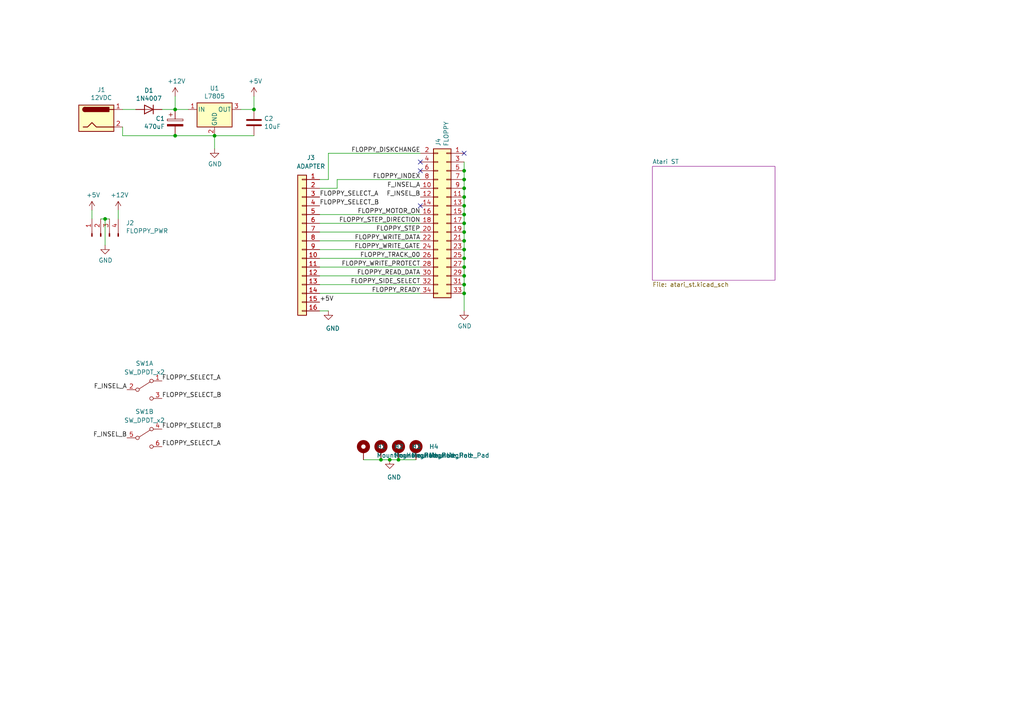
<source format=kicad_sch>
(kicad_sch (version 20201015) (generator eeschema)
  (paper "A4")
  (lib_symbols
    (symbol "Connector:Conn_01x04_Male" (pin_names (offset 1.016) hide)
      (property "Reference" "J" (at 0 5.08 0))
      (property "Value" "Conn_01x04_Male" (at 0 -7.62 0))
      (symbol "Conn_01x04_Male_1_1"
        (rectangle (start 0.8636 -4.953) (end 0 -5.207) (stroke (width 0.1524)) (fill (type outline)))
        (rectangle (start 0.8636 -2.413) (end 0 -2.667) (stroke (width 0.1524)) (fill (type outline)))
        (rectangle (start 0.8636 0.127) (end 0 -0.127) (stroke (width 0.1524)) (fill (type outline)))
        (rectangle (start 0.8636 2.667) (end 0 2.413) (stroke (width 0.1524)) (fill (type outline)))
        (polyline (pts (xy 1.27 -5.08) (xy 0.8636 -5.08)) (stroke (width 0.1524)))
        (polyline (pts (xy 1.27 -2.54) (xy 0.8636 -2.54)) (stroke (width 0.1524)))
        (polyline (pts (xy 1.27 0) (xy 0.8636 0)) (stroke (width 0.1524)))
        (polyline (pts (xy 1.27 2.54) (xy 0.8636 2.54)) (stroke (width 0.1524)))
        (pin passive line (at 5.08 2.54 180) (length 3.81) (name "Pin_1") (number "1"))
        (pin passive line (at 5.08 0 180) (length 3.81) (name "Pin_2") (number "2"))
        (pin passive line (at 5.08 -2.54 180) (length 3.81) (name "Pin_3") (number "3"))
        (pin passive line (at 5.08 -5.08 180) (length 3.81) (name "Pin_4") (number "4"))
      )
    )
    (symbol "Connector:Jack-DC" (pin_names (offset 1.016))
      (property "Reference" "J" (at 0 5.334 0))
      (property "Value" "Jack-DC" (at 0 -5.08 0))
      (symbol "Jack-DC_0_1"
        (arc (start -3.302 3.175) (end -3.302 1.905) (radius (at -3.302 2.54) (length 0.635) (angles 90.1 -90.1)) (stroke (width 0.254)) (fill (type outline)))
        (arc (start -3.302 3.175) (end -3.302 1.905) (radius (at -3.302 2.54) (length 0.635) (angles 90.1 -90.1)) (stroke (width 0.254)))
        (rectangle (start -5.08 3.81) (end 5.08 -3.81) (stroke (width 0.254)) (fill (type background)))
        (rectangle (start 3.683 3.175) (end -3.302 1.905) (stroke (width 0.254)) (fill (type outline)))
        (polyline (pts (xy 5.08 2.54) (xy 3.81 2.54)) (stroke (width 0.254)))
        (polyline (pts (xy -3.81 -2.54) (xy -2.54 -2.54) (xy -1.27 -1.27) (xy 0 -2.54) (xy 2.54 -2.54) (xy 5.08 -2.54)) (stroke (width 0.254)))
      )
      (symbol "Jack-DC_1_1"
        (pin passive line (at 7.62 2.54 180) (length 2.54) (name "~") (number "1"))
        (pin passive line (at 7.62 -2.54 180) (length 2.54) (name "~") (number "2"))
      )
    )
    (symbol "Connector_Generic:Conn_01x16" (pin_names (offset 1.016) hide)
      (property "Reference" "J" (at 0 20.32 0))
      (property "Value" "Conn_01x16" (at 0 -22.86 0))
      (symbol "Conn_01x16_1_1"
        (rectangle (start -1.27 -4.953) (end 0 -5.207) (stroke (width 0.1524)))
        (rectangle (start -1.27 -7.493) (end 0 -7.747) (stroke (width 0.1524)))
        (rectangle (start -1.27 -10.033) (end 0 -10.287) (stroke (width 0.1524)))
        (rectangle (start -1.27 -12.573) (end 0 -12.827) (stroke (width 0.1524)))
        (rectangle (start -1.27 -15.113) (end 0 -15.367) (stroke (width 0.1524)))
        (rectangle (start -1.27 -17.653) (end 0 -17.907) (stroke (width 0.1524)))
        (rectangle (start -1.27 -20.193) (end 0 -20.447) (stroke (width 0.1524)))
        (rectangle (start -1.27 -2.413) (end 0 -2.667) (stroke (width 0.1524)))
        (rectangle (start -1.27 2.667) (end 0 2.413) (stroke (width 0.1524)))
        (rectangle (start -1.27 5.207) (end 0 4.953) (stroke (width 0.1524)))
        (rectangle (start -1.27 7.747) (end 0 7.493) (stroke (width 0.1524)))
        (rectangle (start -1.27 10.287) (end 0 10.033) (stroke (width 0.1524)))
        (rectangle (start -1.27 0.127) (end 0 -0.127) (stroke (width 0.1524)))
        (rectangle (start -1.27 12.827) (end 0 12.573) (stroke (width 0.1524)))
        (rectangle (start -1.27 15.367) (end 0 15.113) (stroke (width 0.1524)))
        (rectangle (start -1.27 17.907) (end 0 17.653) (stroke (width 0.1524)))
        (rectangle (start -1.27 19.05) (end 1.27 -21.59) (stroke (width 0.254)) (fill (type background)))
        (pin passive line (at -5.08 17.78 0) (length 3.81) (name "Pin_1") (number "1"))
        (pin passive line (at -5.08 -5.08 0) (length 3.81) (name "Pin_10") (number "10"))
        (pin passive line (at -5.08 -7.62 0) (length 3.81) (name "Pin_11") (number "11"))
        (pin passive line (at -5.08 -10.16 0) (length 3.81) (name "Pin_12") (number "12"))
        (pin passive line (at -5.08 -12.7 0) (length 3.81) (name "Pin_13") (number "13"))
        (pin passive line (at -5.08 -15.24 0) (length 3.81) (name "Pin_14") (number "14"))
        (pin passive line (at -5.08 -17.78 0) (length 3.81) (name "Pin_15") (number "15"))
        (pin passive line (at -5.08 -20.32 0) (length 3.81) (name "Pin_16") (number "16"))
        (pin passive line (at -5.08 15.24 0) (length 3.81) (name "Pin_2") (number "2"))
        (pin passive line (at -5.08 12.7 0) (length 3.81) (name "Pin_3") (number "3"))
        (pin passive line (at -5.08 10.16 0) (length 3.81) (name "Pin_4") (number "4"))
        (pin passive line (at -5.08 7.62 0) (length 3.81) (name "Pin_5") (number "5"))
        (pin passive line (at -5.08 5.08 0) (length 3.81) (name "Pin_6") (number "6"))
        (pin passive line (at -5.08 2.54 0) (length 3.81) (name "Pin_7") (number "7"))
        (pin passive line (at -5.08 0 0) (length 3.81) (name "Pin_8") (number "8"))
        (pin passive line (at -5.08 -2.54 0) (length 3.81) (name "Pin_9") (number "9"))
      )
    )
    (symbol "Connector_Generic:Conn_02x17_Odd_Even" (pin_names (offset 1.016) hide)
      (property "Reference" "J" (at 1.27 22.86 0))
      (property "Value" "Conn_02x17_Odd_Even" (at 1.27 -22.86 0))
      (symbol "Conn_02x17_Odd_Even_1_1"
        (rectangle (start -1.27 -4.953) (end 0 -5.207) (stroke (width 0.1524)))
        (rectangle (start -1.27 -7.493) (end 0 -7.747) (stroke (width 0.1524)))
        (rectangle (start -1.27 -10.033) (end 0 -10.287) (stroke (width 0.1524)))
        (rectangle (start -1.27 -12.573) (end 0 -12.827) (stroke (width 0.1524)))
        (rectangle (start -1.27 -15.113) (end 0 -15.367) (stroke (width 0.1524)))
        (rectangle (start -1.27 -17.653) (end 0 -17.907) (stroke (width 0.1524)))
        (rectangle (start -1.27 -20.193) (end 0 -20.447) (stroke (width 0.1524)))
        (rectangle (start -1.27 -2.413) (end 0 -2.667) (stroke (width 0.1524)))
        (rectangle (start -1.27 2.667) (end 0 2.413) (stroke (width 0.1524)))
        (rectangle (start -1.27 5.207) (end 0 4.953) (stroke (width 0.1524)))
        (rectangle (start -1.27 7.747) (end 0 7.493) (stroke (width 0.1524)))
        (rectangle (start -1.27 10.287) (end 0 10.033) (stroke (width 0.1524)))
        (rectangle (start -1.27 0.127) (end 0 -0.127) (stroke (width 0.1524)))
        (rectangle (start -1.27 12.827) (end 0 12.573) (stroke (width 0.1524)))
        (rectangle (start -1.27 15.367) (end 0 15.113) (stroke (width 0.1524)))
        (rectangle (start -1.27 17.907) (end 0 17.653) (stroke (width 0.1524)))
        (rectangle (start -1.27 20.447) (end 0 20.193) (stroke (width 0.1524)))
        (rectangle (start -1.27 21.59) (end 3.81 -21.59) (stroke (width 0.254)) (fill (type background)))
        (rectangle (start 3.81 -4.953) (end 2.54 -5.207) (stroke (width 0.1524)))
        (rectangle (start 3.81 -7.493) (end 2.54 -7.747) (stroke (width 0.1524)))
        (rectangle (start 3.81 -10.033) (end 2.54 -10.287) (stroke (width 0.1524)))
        (rectangle (start 3.81 -12.573) (end 2.54 -12.827) (stroke (width 0.1524)))
        (rectangle (start 3.81 -15.113) (end 2.54 -15.367) (stroke (width 0.1524)))
        (rectangle (start 3.81 -17.653) (end 2.54 -17.907) (stroke (width 0.1524)))
        (rectangle (start 3.81 -20.193) (end 2.54 -20.447) (stroke (width 0.1524)))
        (rectangle (start 3.81 -2.413) (end 2.54 -2.667) (stroke (width 0.1524)))
        (rectangle (start 3.81 2.667) (end 2.54 2.413) (stroke (width 0.1524)))
        (rectangle (start 3.81 5.207) (end 2.54 4.953) (stroke (width 0.1524)))
        (rectangle (start 3.81 7.747) (end 2.54 7.493) (stroke (width 0.1524)))
        (rectangle (start 3.81 10.287) (end 2.54 10.033) (stroke (width 0.1524)))
        (rectangle (start 3.81 0.127) (end 2.54 -0.127) (stroke (width 0.1524)))
        (rectangle (start 3.81 12.827) (end 2.54 12.573) (stroke (width 0.1524)))
        (rectangle (start 3.81 15.367) (end 2.54 15.113) (stroke (width 0.1524)))
        (rectangle (start 3.81 17.907) (end 2.54 17.653) (stroke (width 0.1524)))
        (rectangle (start 3.81 20.447) (end 2.54 20.193) (stroke (width 0.1524)))
        (pin passive line (at -5.08 20.32 0) (length 3.81) (name "Pin_1") (number "1"))
        (pin passive line (at 7.62 10.16 180) (length 3.81) (name "Pin_10") (number "10"))
        (pin passive line (at -5.08 7.62 0) (length 3.81) (name "Pin_11") (number "11"))
        (pin passive line (at 7.62 7.62 180) (length 3.81) (name "Pin_12") (number "12"))
        (pin passive line (at -5.08 5.08 0) (length 3.81) (name "Pin_13") (number "13"))
        (pin passive line (at 7.62 5.08 180) (length 3.81) (name "Pin_14") (number "14"))
        (pin passive line (at -5.08 2.54 0) (length 3.81) (name "Pin_15") (number "15"))
        (pin passive line (at 7.62 2.54 180) (length 3.81) (name "Pin_16") (number "16"))
        (pin passive line (at -5.08 0 0) (length 3.81) (name "Pin_17") (number "17"))
        (pin passive line (at 7.62 0 180) (length 3.81) (name "Pin_18") (number "18"))
        (pin passive line (at -5.08 -2.54 0) (length 3.81) (name "Pin_19") (number "19"))
        (pin passive line (at 7.62 20.32 180) (length 3.81) (name "Pin_2") (number "2"))
        (pin passive line (at 7.62 -2.54 180) (length 3.81) (name "Pin_20") (number "20"))
        (pin passive line (at -5.08 -5.08 0) (length 3.81) (name "Pin_21") (number "21"))
        (pin passive line (at 7.62 -5.08 180) (length 3.81) (name "Pin_22") (number "22"))
        (pin passive line (at -5.08 -7.62 0) (length 3.81) (name "Pin_23") (number "23"))
        (pin passive line (at 7.62 -7.62 180) (length 3.81) (name "Pin_24") (number "24"))
        (pin passive line (at -5.08 -10.16 0) (length 3.81) (name "Pin_25") (number "25"))
        (pin passive line (at 7.62 -10.16 180) (length 3.81) (name "Pin_26") (number "26"))
        (pin passive line (at -5.08 -12.7 0) (length 3.81) (name "Pin_27") (number "27"))
        (pin passive line (at 7.62 -12.7 180) (length 3.81) (name "Pin_28") (number "28"))
        (pin passive line (at -5.08 -15.24 0) (length 3.81) (name "Pin_29") (number "29"))
        (pin passive line (at -5.08 17.78 0) (length 3.81) (name "Pin_3") (number "3"))
        (pin passive line (at 7.62 -15.24 180) (length 3.81) (name "Pin_30") (number "30"))
        (pin passive line (at -5.08 -17.78 0) (length 3.81) (name "Pin_31") (number "31"))
        (pin passive line (at 7.62 -17.78 180) (length 3.81) (name "Pin_32") (number "32"))
        (pin passive line (at -5.08 -20.32 0) (length 3.81) (name "Pin_33") (number "33"))
        (pin passive line (at 7.62 -20.32 180) (length 3.81) (name "Pin_34") (number "34"))
        (pin passive line (at 7.62 17.78 180) (length 3.81) (name "Pin_4") (number "4"))
        (pin passive line (at -5.08 15.24 0) (length 3.81) (name "Pin_5") (number "5"))
        (pin passive line (at 7.62 15.24 180) (length 3.81) (name "Pin_6") (number "6"))
        (pin passive line (at -5.08 12.7 0) (length 3.81) (name "Pin_7") (number "7"))
        (pin passive line (at 7.62 12.7 180) (length 3.81) (name "Pin_8") (number "8"))
        (pin passive line (at -5.08 10.16 0) (length 3.81) (name "Pin_9") (number "9"))
      )
    )
    (symbol "Device:C" (pin_numbers hide) (pin_names (offset 0.254))
      (property "Reference" "C" (at 0.635 2.54 0))
      (property "Value" "C" (at 0.635 -2.54 0))
      (symbol "C_0_1"
        (polyline (pts (xy -2.032 -0.762) (xy 2.032 -0.762)) (stroke (width 0.508)))
        (polyline (pts (xy -2.032 0.762) (xy 2.032 0.762)) (stroke (width 0.508)))
      )
      (symbol "C_1_1"
        (pin passive line (at 0 3.81 270) (length 2.794) (name "~") (number "1"))
        (pin passive line (at 0 -3.81 90) (length 2.794) (name "~") (number "2"))
      )
    )
    (symbol "Device:C_Polarized" (pin_numbers hide) (pin_names (offset 0.254))
      (property "Reference" "C" (at 0.635 2.54 0))
      (property "Value" "C_Polarized" (at 0.635 -2.54 0))
      (symbol "C_Polarized_0_1"
        (rectangle (start -2.286 0.508) (end 2.286 1.016))
        (rectangle (start 2.286 -0.508) (end -2.286 -1.016) (fill (type outline)))
        (polyline (pts (xy -1.778 2.286) (xy -0.762 2.286)))
        (polyline (pts (xy -1.27 2.794) (xy -1.27 1.778)))
      )
      (symbol "C_Polarized_1_1"
        (pin passive line (at 0 3.81 270) (length 2.794) (name "~") (number "1"))
        (pin passive line (at 0 -3.81 90) (length 2.794) (name "~") (number "2"))
      )
    )
    (symbol "Device:D" (pin_numbers hide) (pin_names (offset 1.016) hide)
      (property "Reference" "D" (at 0 2.54 0))
      (property "Value" "D" (at 0 -2.54 0))
      (symbol "D_0_1"
        (polyline (pts (xy -1.27 1.27) (xy -1.27 -1.27)) (stroke (width 0.254)))
        (polyline (pts (xy 1.27 0) (xy -1.27 0)))
        (polyline (pts (xy 1.27 1.27) (xy 1.27 -1.27) (xy -1.27 0) (xy 1.27 1.27)) (stroke (width 0.254)))
      )
      (symbol "D_1_1"
        (pin passive line (at -3.81 0 0) (length 2.54) (name "K") (number "1"))
        (pin passive line (at 3.81 0 180) (length 2.54) (name "A") (number "2"))
      )
    )
    (symbol "Mechanical:MountingHole_Pad" (pin_numbers hide) (pin_names (offset 1.016) hide)
      (property "Reference" "H" (at 0 6.35 0))
      (property "Value" "MountingHole_Pad" (at 0 4.445 0))
      (symbol "MountingHole_Pad_0_1"
        (circle (center 0 1.27) (radius 1.27) (stroke (width 1.27)))
      )
      (symbol "MountingHole_Pad_1_1"
        (pin input line (at 0 -2.54 90) (length 2.54) (name "1") (number "1"))
      )
    )
    (symbol "Regulator_Linear:L7812" (pin_names (offset 0.254))
      (property "Reference" "U" (at -3.81 3.175 0))
      (property "Value" "L7812" (at 0 3.175 0))
      (symbol "L7812_0_1"
        (rectangle (start -5.08 1.905) (end 5.08 -5.08) (stroke (width 0.254)) (fill (type background)))
      )
      (symbol "L7812_1_1"
        (pin power_in line (at -7.62 0 0) (length 2.54) (name "IN") (number "1"))
        (pin power_in line (at 0 -7.62 90) (length 2.54) (name "GND") (number "2"))
        (pin power_out line (at 7.62 0 180) (length 2.54) (name "OUT") (number "3"))
      )
    )
    (symbol "Switch:SW_DPDT_x2" (pin_names (offset 0) hide)
      (property "Reference" "SW" (at 0 4.318 0))
      (property "Value" "SW_DPDT_x2" (at 0 -5.08 0))
      (symbol "SW_DPDT_x2_0_0"
        (circle (center -2.032 0) (radius 0.508))
        (circle (center 2.032 -2.54) (radius 0.508))
      )
      (symbol "SW_DPDT_x2_0_1"
        (circle (center 2.032 2.54) (radius 0.508))
        (polyline (pts (xy -1.524 0.254) (xy 1.651 2.286)))
      )
      (symbol "SW_DPDT_x2_1_1"
        (pin passive line (at 5.08 2.54 180) (length 2.54) (name "A") (number "1"))
        (pin passive line (at -5.08 0 0) (length 2.54) (name "B") (number "2"))
        (pin passive line (at 5.08 -2.54 180) (length 2.54) (name "C") (number "3"))
      )
      (symbol "SW_DPDT_x2_2_1"
        (pin passive line (at 5.08 2.54 180) (length 2.54) (name "A") (number "4"))
        (pin passive line (at -5.08 0 0) (length 2.54) (name "B") (number "5"))
        (pin passive line (at 5.08 -2.54 180) (length 2.54) (name "C") (number "6"))
      )
    )
    (symbol "power:+12V" (power) (pin_names (offset 0))
      (property "Value" "+12V" (at 0 3.556 0))
      (symbol "+12V_0_1"
        (polyline (pts (xy -0.762 1.27) (xy 0 2.54)))
        (polyline (pts (xy 0 0) (xy 0 2.54)))
        (polyline (pts (xy 0 2.54) (xy 0.762 1.27)))
      )
      (symbol "+12V_1_1"
        (pin power_in line (at 0 0 90) (length 0) hide (name "+12V") (number "1"))
      )
    )
    (symbol "power:+5V" (power) (pin_names (offset 0))
      (property "Value" "+5V" (at 0 3.556 0))
      (symbol "+5V_0_1"
        (polyline (pts (xy -0.762 1.27) (xy 0 2.54)))
        (polyline (pts (xy 0 0) (xy 0 2.54)))
        (polyline (pts (xy 0 2.54) (xy 0.762 1.27)))
      )
      (symbol "+5V_1_1"
        (pin power_in line (at 0 0 90) (length 0) hide (name "+5V") (number "1"))
      )
    )
    (symbol "power:GND" (power) (pin_names (offset 0))
      (property "Value" "GND" (at 0 -3.81 0))
      (symbol "GND_0_1"
        (polyline (pts (xy 0 0) (xy 0 -1.27) (xy 1.27 -1.27) (xy 0 -2.54) (xy -1.27 -1.27) (xy 0 -1.27)))
      )
      (symbol "GND_1_1"
        (pin power_in line (at 0 0 270) (length 0) hide (name "GND") (number "1"))
      )
    )
  )
  (junction (at 30.48 63.5) (diameter 0.9144))
  (junction (at 50.8 31.75) (diameter 0.9144))
  (junction (at 50.8 39.37) (diameter 0.9144))
  (junction (at 62.23 39.37) (diameter 0.9144))
  (junction (at 73.66 31.75) (diameter 0.9144))
  (junction (at 110.49 133.35) (diameter 0.9144))
  (junction (at 113.03 133.35) (diameter 0.9144))
  (junction (at 115.57 133.35) (diameter 0.9144))
  (junction (at 134.62 49.53) (diameter 0.9144))
  (junction (at 134.62 52.07) (diameter 0.9144))
  (junction (at 134.62 54.61) (diameter 0.9144))
  (junction (at 134.62 57.15) (diameter 0.9144))
  (junction (at 134.62 59.69) (diameter 0.9144))
  (junction (at 134.62 62.23) (diameter 0.9144))
  (junction (at 134.62 64.77) (diameter 0.9144))
  (junction (at 134.62 67.31) (diameter 0.9144))
  (junction (at 134.62 69.85) (diameter 0.9144))
  (junction (at 134.62 72.39) (diameter 0.9144))
  (junction (at 134.62 74.93) (diameter 0.9144))
  (junction (at 134.62 77.47) (diameter 0.9144))
  (junction (at 134.62 80.01) (diameter 0.9144))
  (junction (at 134.62 82.55) (diameter 0.9144))
  (junction (at 134.62 85.09) (diameter 0.9144))
  (no_connect (at 121.92 46.99))
  (no_connect (at 121.92 59.69))
  (no_connect (at 134.62 44.45))
  (no_connect (at 121.92 49.53))
  (wire (pts (xy 26.67 63.5) (xy 26.67 60.96)))
  (wire (pts (xy 30.48 63.5) (xy 29.21 63.5)))
  (wire (pts (xy 30.48 63.5) (xy 30.48 71.12)))
  (wire (pts (xy 31.75 63.5) (xy 30.48 63.5)))
  (wire (pts (xy 34.29 63.5) (xy 34.29 60.96)))
  (wire (pts (xy 35.56 31.75) (xy 39.37 31.75)))
  (wire (pts (xy 35.56 39.37) (xy 35.56 36.83)))
  (wire (pts (xy 35.56 39.37) (xy 50.8 39.37)))
  (wire (pts (xy 46.99 31.75) (xy 50.8 31.75)))
  (wire (pts (xy 50.8 31.75) (xy 50.8 27.94)))
  (wire (pts (xy 50.8 31.75) (xy 54.61 31.75)))
  (wire (pts (xy 50.8 39.37) (xy 62.23 39.37)))
  (wire (pts (xy 62.23 39.37) (xy 62.23 43.18)))
  (wire (pts (xy 73.66 27.94) (xy 73.66 31.75)))
  (wire (pts (xy 73.66 31.75) (xy 69.85 31.75)))
  (wire (pts (xy 73.66 39.37) (xy 62.23 39.37)))
  (wire (pts (xy 92.71 69.85) (xy 121.92 69.85)))
  (wire (pts (xy 92.71 74.93) (xy 121.92 74.93)))
  (wire (pts (xy 92.71 80.01) (xy 121.92 80.01)))
  (wire (pts (xy 92.71 90.17) (xy 95.25 90.17)))
  (wire (pts (xy 95.25 44.45) (xy 95.25 52.07)))
  (wire (pts (xy 95.25 52.07) (xy 92.71 52.07)))
  (wire (pts (xy 97.79 52.07) (xy 97.79 54.61)))
  (wire (pts (xy 97.79 54.61) (xy 92.71 54.61)))
  (wire (pts (xy 105.41 133.35) (xy 110.49 133.35)))
  (wire (pts (xy 110.49 133.35) (xy 113.03 133.35)))
  (wire (pts (xy 113.03 133.35) (xy 115.57 133.35)))
  (wire (pts (xy 115.57 133.35) (xy 120.65 133.35)))
  (wire (pts (xy 121.92 44.45) (xy 95.25 44.45)))
  (wire (pts (xy 121.92 52.07) (xy 97.79 52.07)))
  (wire (pts (xy 121.92 62.23) (xy 92.71 62.23)))
  (wire (pts (xy 121.92 64.77) (xy 92.71 64.77)))
  (wire (pts (xy 121.92 67.31) (xy 92.71 67.31)))
  (wire (pts (xy 121.92 72.39) (xy 92.71 72.39)))
  (wire (pts (xy 121.92 77.47) (xy 92.71 77.47)))
  (wire (pts (xy 121.92 82.55) (xy 92.71 82.55)))
  (wire (pts (xy 121.92 85.09) (xy 92.71 85.09)))
  (wire (pts (xy 134.62 49.53) (xy 134.62 46.99)))
  (wire (pts (xy 134.62 52.07) (xy 134.62 49.53)))
  (wire (pts (xy 134.62 54.61) (xy 134.62 52.07)))
  (wire (pts (xy 134.62 57.15) (xy 134.62 54.61)))
  (wire (pts (xy 134.62 59.69) (xy 134.62 57.15)))
  (wire (pts (xy 134.62 62.23) (xy 134.62 59.69)))
  (wire (pts (xy 134.62 64.77) (xy 134.62 62.23)))
  (wire (pts (xy 134.62 67.31) (xy 134.62 64.77)))
  (wire (pts (xy 134.62 69.85) (xy 134.62 67.31)))
  (wire (pts (xy 134.62 72.39) (xy 134.62 69.85)))
  (wire (pts (xy 134.62 74.93) (xy 134.62 72.39)))
  (wire (pts (xy 134.62 77.47) (xy 134.62 74.93)))
  (wire (pts (xy 134.62 80.01) (xy 134.62 77.47)))
  (wire (pts (xy 134.62 82.55) (xy 134.62 80.01)))
  (wire (pts (xy 134.62 85.09) (xy 134.62 82.55)))
  (wire (pts (xy 134.62 90.17) (xy 134.62 85.09)))
  (label "F_INSEL_A" (at 36.83 113.03 180))
  (label "F_INSEL_B" (at 36.83 127 180))
  (label "FLOPPY_SELECT_A" (at 46.99 110.49 0))
  (label "FLOPPY_SELECT_B" (at 46.99 115.57 0))
  (label "FLOPPY_SELECT_B" (at 46.99 124.46 0))
  (label "FLOPPY_SELECT_A" (at 46.99 129.54 0))
  (label "FLOPPY_SELECT_A" (at 92.71 57.15 0))
  (label "FLOPPY_SELECT_B" (at 92.71 59.69 0))
  (label "+5V" (at 92.71 87.63 0))
  (label "FLOPPY_DISKCHANGE" (at 121.92 44.45 180))
  (label "FLOPPY_INDEX" (at 121.92 52.07 180))
  (label "F_INSEL_A" (at 121.92 54.61 180))
  (label "F_INSEL_B" (at 121.92 57.15 180))
  (label "FLOPPY_MOTOR_ON" (at 121.92 62.23 180))
  (label "FLOPPY_STEP_DIRECTION" (at 121.92 64.77 180))
  (label "FLOPPY_STEP" (at 121.92 67.31 180))
  (label "FLOPPY_WRITE_DATA" (at 121.92 69.85 180))
  (label "FLOPPY_WRITE_GATE" (at 121.92 72.39 180))
  (label "FLOPPY_TRACK_00" (at 121.92 74.93 180))
  (label "FLOPPY_WRITE_PROTECT" (at 121.92 77.47 180))
  (label "FLOPPY_READ_DATA" (at 121.92 80.01 180))
  (label "FLOPPY_SIDE_SELECT" (at 121.92 82.55 180))
  (label "FLOPPY_READY" (at 121.92 85.09 180))
  (symbol (lib_id "power:+5V") (at 26.67 60.96 0) (unit 1)
    (property "Reference" "#PWR01" (effects hide))
    (property "Value" "+5V" (at 27.051 56.5658 0))
  )
  (symbol (lib_id "power:+12V") (at 34.29 60.96 0) (unit 1)
    (property "Reference" "#PWR03" (effects hide))
    (property "Value" "+12V" (at 34.671 56.5658 0))
  )
  (symbol (lib_id "power:+12V") (at 50.8 27.94 0) (unit 1)
    (property "Reference" "#PWR04" (effects hide))
    (property "Value" "+12V" (at 51.181 23.5458 0))
  )
  (symbol (lib_id "power:+5V") (at 73.66 27.94 0) (unit 1)
    (property "Reference" "#PWR06" (effects hide))
    (property "Value" "+5V" (at 74.041 23.5458 0))
  )
  (symbol (lib_id "power:GND") (at 30.48 71.12 0) (unit 1)
    (property "Reference" "#PWR02" (effects hide))
    (property "Value" "GND" (at 30.607 75.5142 0))
  )
  (symbol (lib_id "power:GND") (at 62.23 43.18 0) (unit 1)
    (property "Reference" "#PWR05" (effects hide))
    (property "Value" "GND" (at 62.357 47.5742 0))
  )
  (symbol (lib_id "power:GND") (at 95.25 90.17 0) (unit 1)
    (property "Reference" "#PWR0102" (effects hide))
    (property "Value" "GND" (at 96.52 95.25 0))
  )
  (symbol (lib_id "power:GND") (at 113.03 133.35 0) (unit 1)
    (property "Reference" "#PWR0104" (effects hide))
    (property "Value" "GND" (at 114.3 138.43 0))
  )
  (symbol (lib_id "power:GND") (at 134.62 90.17 0) (unit 1)
    (property "Reference" "#PWR07" (effects hide))
    (property "Value" "GND" (at 134.747 94.5642 0))
  )
  (symbol (lib_id "Mechanical:MountingHole_Pad") (at 105.41 130.81 0) (unit 1)
    (property "Reference" "H1" (at 109.22 129.54 0) (effects (justify left)))
    (property "Value" "MountingHole_Pad" (at 109.22 132.08 0) (effects (justify left)))
    (property "Footprint" "MountingHole:MountingHole_3.2mm_M3_DIN965_Pad_TopBottom" (effects hide))
  )
  (symbol (lib_id "Mechanical:MountingHole_Pad") (at 110.49 130.81 0) (unit 1)
    (property "Reference" "H2" (at 114.3 129.54 0) (effects (justify left)))
    (property "Value" "MountingHole_Pad" (at 114.3 132.08 0) (effects (justify left)))
    (property "Footprint" "MountingHole:MountingHole_3.2mm_M3_DIN965_Pad_TopBottom" (effects hide))
  )
  (symbol (lib_id "Mechanical:MountingHole_Pad") (at 115.57 130.81 0) (unit 1)
    (property "Reference" "H3" (at 119.38 129.54 0) (effects (justify left)))
    (property "Value" "MountingHole_Pad" (at 119.38 132.08 0) (effects (justify left)))
    (property "Footprint" "MountingHole:MountingHole_3.2mm_M3_DIN965_Pad_TopBottom" (effects hide))
  )
  (symbol (lib_id "Mechanical:MountingHole_Pad") (at 120.65 130.81 0) (unit 1)
    (property "Reference" "H4" (at 124.46 129.54 0) (effects (justify left)))
    (property "Value" "MountingHole_Pad" (at 124.46 132.08 0) (effects (justify left)))
    (property "Footprint" "MountingHole:MountingHole_3.2mm_M3_DIN965_Pad_TopBottom" (effects hide))
  )
  (symbol (lib_id "Device:D") (at 43.18 31.75 180) (unit 1)
    (property "Reference" "D1" (at 43.18 26.2382 0))
    (property "Value" "1N4007" (at 43.18 28.5496 0))
    (property "Footprint" "Diode_THT:D_DO-41_SOD81_P7.62mm_Horizontal" (effects hide))
  )
  (symbol (lib_id "Device:C_Polarized") (at 50.8 35.56 0) (unit 1)
    (property "Reference" "C1" (at 47.8282 34.3916 0) (effects (justify right)))
    (property "Value" "470uF" (at 47.8282 36.703 0) (effects (justify right)))
    (property "Footprint" "Capacitor_THT:C_Radial_D10.0mm_H12.5mm_P5.00mm" (effects hide))
  )
  (symbol (lib_id "Device:C") (at 73.66 35.56 0) (unit 1)
    (property "Reference" "C2" (at 76.581 34.3916 0) (effects (justify left)))
    (property "Value" "10uF" (at 76.581 36.703 0) (effects (justify left)))
    (property "Footprint" "Capacitor_THT:C_Disc_D10.0mm_W2.5mm_P5.00mm" (effects hide))
  )
  (symbol (lib_id "Connector:Conn_01x04_Male") (at 29.21 68.58 90) (unit 1)
    (property "Reference" "J2" (at 36.5252 64.6684 90) (effects (justify right)))
    (property "Value" "FLOPPY_PWR" (at 36.5252 66.9798 90) (effects (justify right)))
    (property "Footprint" "Connector_Molex:Molex_KK-254_AE-6410-04A_1x04_P2.54mm_Vertical" (effects hide))
  )
  (symbol (lib_id "Switch:SW_DPDT_x2") (at 41.91 113.03 0) (unit 1)
    (property "Reference" "SW1" (at 41.91 105.41 0))
    (property "Value" "SW_DPDT_x2" (at 41.91 107.95 0))
    (property "Footprint" "Button_Switch_THT:SW_CuK_JS202011AQN_DPDT_Angled" (effects hide))
  )
  (symbol (lib_id "Switch:SW_DPDT_x2") (at 41.91 127 0) (unit 2)
    (property "Reference" "SW1" (at 41.91 119.38 0))
    (property "Value" "SW_DPDT_x2" (at 41.91 121.92 0))
    (property "Footprint" "Button_Switch_THT:SW_CuK_JS202011AQN_DPDT_Angled" (effects hide))
  )
  (symbol (lib_id "Connector:Jack-DC") (at 27.94 34.29 0) (unit 1)
    (property "Reference" "J1" (at 29.3878 26.035 0))
    (property "Value" "12VDC" (at 29.3878 28.3464 0))
    (property "Footprint" "Connector_BarrelJack:BarrelJack_Horizontal" (effects hide))
  )
  (symbol (lib_id "Regulator_Linear:L7812") (at 62.23 31.75 0) (unit 1)
    (property "Reference" "U1" (at 62.23 25.6032 0))
    (property "Value" "L7805" (at 62.23 27.9146 0))
    (property "Footprint" "Package_TO_SOT_THT:TO-220-3_Horizontal_TabDown" (effects hide))
    (property "Datasheet" "http://www.st.com/content/ccc/resource/technical/document/datasheet/41/4f/b3/b0/12/d4/47/88/CD00000444.pdf/files/CD00000444.pdf/jcr:content/translations/en.CD00000444.pdf" (effects hide))
  )
  (symbol (lib_id "Connector_Generic:Conn_01x16") (at 87.63 69.85 0) (mirror y) (unit 1)
    (property "Reference" "J3" (at 90.17 45.72 0))
    (property "Value" "ADAPTER" (at 90.17 48.26 0))
    (property "Footprint" "Connector_IDC:IDC-Header_2x08_P2.54mm_Horizontal" (effects hide))
  )
  (symbol (lib_id "Connector_Generic:Conn_02x17_Odd_Even") (at 129.54 64.77 0) (mirror y) (unit 1)
    (property "Reference" "J4" (at 127.1016 42.4434 90) (effects (justify left)))
    (property "Value" "FLOPPY" (at 129.413 42.4434 90) (effects (justify left)))
    (property "Footprint" "Connector_IDC:IDC-Header_2x17_P2.54mm_Vertical" (effects hide))
  )
  (sheet (at 189.23 48.26) (size 35.56 33.02) (stroke (width 0.001) (color 132 0 132 1)) (fill (color 255 255 255 0.0000))
    (property "Sheet name" "Atari ST" (at 189.23 47.6241 0) (effects (justify left bottom)))
    (property "Sheet file" "atari_st.kicad_sch" (at 189.23 81.7889 0) (effects (justify left top)))
  )
)
</source>
